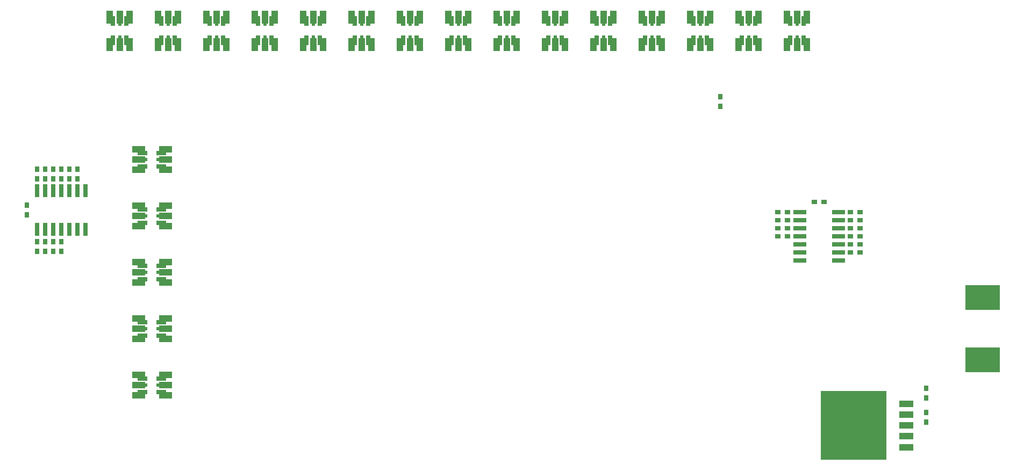
<source format=gtp>
G75*
G70*
%OFA0B0*%
%FSLAX24Y24*%
%IPPOS*%
%LPD*%
%AMOC8*
5,1,8,0,0,1.08239X$1,22.5*
%
%ADD10R,0.4098X0.4252*%
%ADD11R,0.0850X0.0420*%
%ADD12R,0.0315X0.0354*%
%ADD13R,0.2126X0.1575*%
%ADD14R,0.0394X0.0787*%
%ADD15R,0.0276X0.0600*%
%ADD16R,0.0197X0.0600*%
%ADD17R,0.0354X0.0315*%
%ADD18R,0.0787X0.0394*%
%ADD19R,0.0600X0.0276*%
%ADD20R,0.0600X0.0197*%
%ADD21R,0.0800X0.0260*%
%ADD22R,0.0260X0.0800*%
D10*
X064225Y003555D03*
D11*
X067505Y003555D03*
X067505Y002885D03*
X067505Y002215D03*
X067505Y004225D03*
X067505Y004895D03*
D12*
X068725Y005255D03*
X068725Y005855D03*
X068725Y004355D03*
X068725Y003755D03*
X016100Y018880D03*
X015600Y018880D03*
X015100Y018880D03*
X014600Y018880D03*
X014100Y018880D03*
X013600Y018880D03*
X013600Y019480D03*
X014100Y019480D03*
X014600Y019480D03*
X015100Y019480D03*
X015600Y019480D03*
X016100Y019480D03*
X012975Y017230D03*
X012975Y016630D03*
X013600Y014980D03*
X014100Y014980D03*
X014600Y014980D03*
X015100Y014980D03*
X015100Y014380D03*
X014600Y014380D03*
X014100Y014380D03*
X013600Y014380D03*
X055975Y023380D03*
X055975Y023980D03*
D13*
X072225Y011484D03*
X072225Y007626D03*
D14*
X061355Y027205D03*
X060725Y027205D03*
X060095Y027205D03*
X058355Y027205D03*
X057725Y027205D03*
X057095Y027205D03*
X055355Y027205D03*
X054725Y027205D03*
X054095Y027205D03*
X052355Y027205D03*
X051725Y027205D03*
X051095Y027205D03*
X049355Y027205D03*
X048725Y027205D03*
X048095Y027205D03*
X046355Y027205D03*
X045725Y027205D03*
X045095Y027205D03*
X043355Y027205D03*
X042725Y027205D03*
X042095Y027205D03*
X040355Y027205D03*
X039725Y027205D03*
X039095Y027205D03*
X037355Y027205D03*
X036725Y027205D03*
X036095Y027205D03*
X034355Y027205D03*
X033725Y027205D03*
X033095Y027205D03*
X031355Y027205D03*
X030725Y027205D03*
X030095Y027205D03*
X028355Y027205D03*
X027725Y027205D03*
X027095Y027205D03*
X025355Y027205D03*
X024725Y027205D03*
X024095Y027205D03*
X022355Y027205D03*
X021725Y027205D03*
X021095Y027205D03*
X019355Y027205D03*
X018725Y027205D03*
X018095Y027205D03*
X018095Y028885D03*
X018725Y028885D03*
X019355Y028885D03*
X021095Y028885D03*
X021725Y028885D03*
X022355Y028885D03*
X024095Y028885D03*
X024725Y028885D03*
X025355Y028885D03*
X027095Y028885D03*
X027725Y028885D03*
X028355Y028885D03*
X030095Y028885D03*
X030725Y028885D03*
X031355Y028885D03*
X033095Y028885D03*
X033725Y028885D03*
X034355Y028885D03*
X036095Y028885D03*
X036725Y028885D03*
X037355Y028885D03*
X039095Y028885D03*
X039725Y028885D03*
X040355Y028885D03*
X042095Y028885D03*
X042725Y028885D03*
X043355Y028885D03*
X045095Y028885D03*
X045725Y028885D03*
X046355Y028885D03*
X048095Y028885D03*
X048725Y028885D03*
X049355Y028885D03*
X051095Y028885D03*
X051725Y028885D03*
X052355Y028885D03*
X054095Y028885D03*
X054725Y028885D03*
X055355Y028885D03*
X057095Y028885D03*
X057725Y028885D03*
X058355Y028885D03*
X060095Y028885D03*
X060725Y028885D03*
X061355Y028885D03*
D15*
X061138Y028650D03*
X060312Y028650D03*
X058138Y028650D03*
X057312Y028650D03*
X055138Y028650D03*
X054312Y028650D03*
X052138Y028650D03*
X051312Y028650D03*
X049138Y028650D03*
X048312Y028650D03*
X046138Y028650D03*
X045312Y028650D03*
X043138Y028650D03*
X042312Y028650D03*
X040138Y028650D03*
X039312Y028650D03*
X037138Y028650D03*
X036312Y028650D03*
X034138Y028650D03*
X033312Y028650D03*
X031138Y028650D03*
X030312Y028650D03*
X028138Y028650D03*
X027312Y028650D03*
X025138Y028650D03*
X024312Y028650D03*
X022138Y028650D03*
X021312Y028650D03*
X019138Y028650D03*
X018312Y028650D03*
X018312Y027460D03*
X019138Y027460D03*
X021312Y027460D03*
X022138Y027460D03*
X024312Y027460D03*
X025138Y027460D03*
X027312Y027460D03*
X028138Y027460D03*
X030312Y027460D03*
X031138Y027460D03*
X033312Y027460D03*
X034138Y027460D03*
X036312Y027460D03*
X037138Y027460D03*
X039312Y027460D03*
X040138Y027460D03*
X042312Y027460D03*
X043138Y027460D03*
X045312Y027460D03*
X046138Y027460D03*
X048312Y027460D03*
X049138Y027460D03*
X051312Y027460D03*
X052138Y027460D03*
X054312Y027460D03*
X055138Y027460D03*
X057312Y027460D03*
X058138Y027460D03*
X060312Y027460D03*
X061138Y027460D03*
D16*
X060725Y027460D03*
X060725Y028650D03*
X057725Y028650D03*
X054725Y028650D03*
X054725Y027460D03*
X057725Y027460D03*
X051725Y027460D03*
X051725Y028650D03*
X048725Y028650D03*
X048725Y027460D03*
X045725Y027460D03*
X042725Y027460D03*
X042725Y028650D03*
X045725Y028650D03*
X039725Y028650D03*
X039725Y027460D03*
X036725Y027460D03*
X036725Y028650D03*
X033725Y028650D03*
X030725Y028650D03*
X030725Y027460D03*
X033725Y027460D03*
X027725Y027460D03*
X027725Y028650D03*
X024725Y028650D03*
X021725Y028650D03*
X021725Y027460D03*
X024725Y027460D03*
X018725Y027460D03*
X018725Y028650D03*
D17*
X059550Y016805D03*
X060150Y016805D03*
X060150Y016305D03*
X059550Y016305D03*
X059550Y015805D03*
X059550Y015305D03*
X060150Y015305D03*
X060150Y015805D03*
X064050Y015805D03*
X064050Y015305D03*
X064650Y015305D03*
X064650Y015805D03*
X064650Y016305D03*
X064050Y016305D03*
X064050Y016805D03*
X064650Y016805D03*
X062400Y017430D03*
X061800Y017430D03*
X064050Y014805D03*
X064650Y014805D03*
X064650Y014305D03*
X064050Y014305D03*
D18*
X019895Y005425D03*
X019895Y006055D03*
X019895Y006685D03*
X021575Y006685D03*
X021575Y006055D03*
X021575Y005425D03*
X021575Y008925D03*
X019895Y008925D03*
X019895Y009555D03*
X019895Y010185D03*
X021575Y010185D03*
X021575Y009555D03*
X021575Y012425D03*
X021575Y013055D03*
X021575Y013685D03*
X019895Y013685D03*
X019895Y013055D03*
X019895Y012425D03*
X019895Y015925D03*
X019895Y016555D03*
X019895Y017185D03*
X021575Y017185D03*
X021575Y016555D03*
X021575Y015925D03*
X021575Y019425D03*
X021575Y020055D03*
X021575Y020685D03*
X019895Y020685D03*
X019895Y020055D03*
X019895Y019425D03*
D19*
X020130Y019642D03*
X021320Y019642D03*
X021320Y020468D03*
X020130Y020468D03*
X020130Y016968D03*
X021320Y016968D03*
X021320Y016142D03*
X020130Y016142D03*
X020130Y013468D03*
X021320Y013468D03*
X021320Y012642D03*
X020130Y012642D03*
X020130Y009968D03*
X021320Y009968D03*
X021320Y009142D03*
X020130Y009142D03*
X020130Y006468D03*
X021320Y006468D03*
X021320Y005642D03*
X020130Y005642D03*
D20*
X020130Y006055D03*
X021320Y006055D03*
X021320Y009555D03*
X020130Y009555D03*
X020130Y013055D03*
X021320Y013055D03*
X021320Y016555D03*
X020130Y016555D03*
X020130Y020055D03*
X021320Y020055D03*
D21*
X060890Y016805D03*
X060890Y016305D03*
X060890Y015805D03*
X060890Y015305D03*
X060890Y014805D03*
X060890Y014305D03*
X060890Y013805D03*
X063310Y013805D03*
X063310Y014305D03*
X063310Y014805D03*
X063310Y015305D03*
X063310Y015805D03*
X063310Y016305D03*
X063310Y016805D03*
D22*
X016600Y015720D03*
X016100Y015720D03*
X015600Y015720D03*
X015100Y015720D03*
X014600Y015720D03*
X014100Y015720D03*
X013600Y015720D03*
X013600Y018140D03*
X014100Y018140D03*
X014600Y018140D03*
X015100Y018140D03*
X015600Y018140D03*
X016100Y018140D03*
X016600Y018140D03*
M02*

</source>
